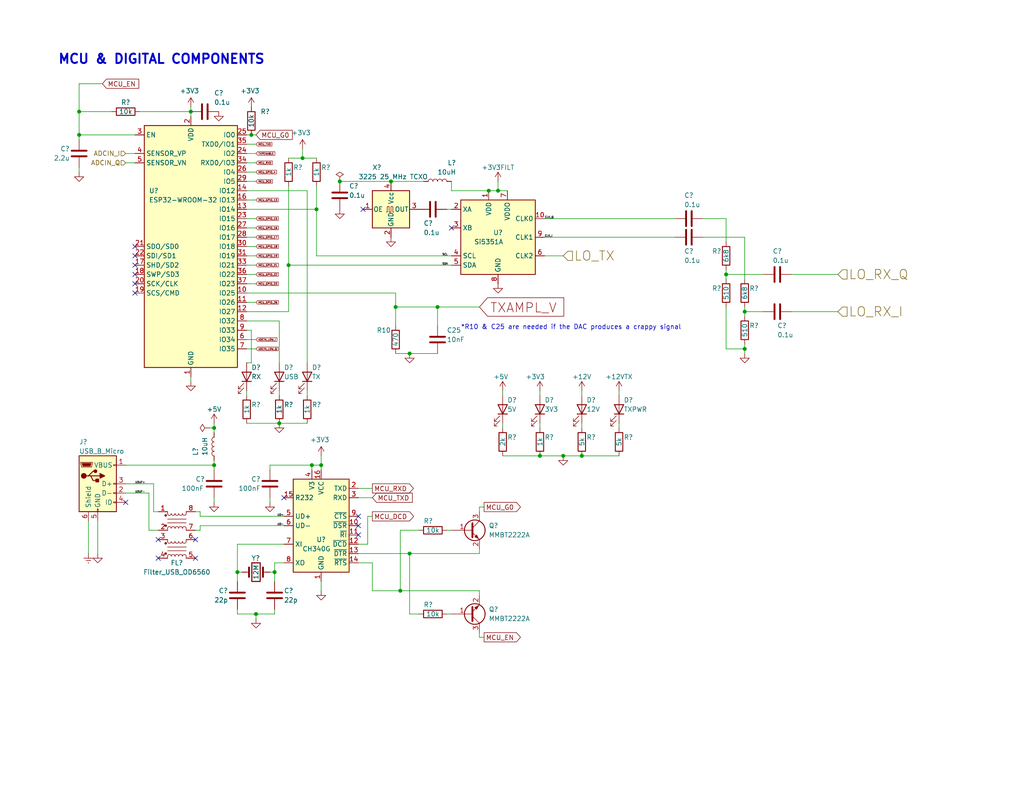
<source format=kicad_sch>
(kicad_sch (version 20211123) (generator eeschema)
  (paper "USLetter")
  (title_block (title "Microcontroller and Digital Components") (date "2023-08-02") (rev "1"))
  (lib_symbols
    (symbol "Connector:USB_B_Micro" (pin_names (offset 1.016))
      (property "Reference" "J" (at -5.08 11.43 0))
      (property "Value" "USB_B_Micro" (at -5.08 8.89 0))
      (symbol "USB_B_Micro_0_1"
        (rectangle (start -5.08 -7.62) (end 5.08 7.62) (stroke (width 0.254)) (fill (type background)))
        (circle (center -3.81 2.159) (radius 0.635) (stroke (width 0.254)) (fill (type outline)))
        (circle (center -0.635 3.429) (radius 0.381) (stroke (width 0.254)) (fill (type outline)))
        (rectangle (start -0.127 -7.62) (end 0.127 -6.858))
        (polyline (pts (xy -1.905 2.159) (xy 0.635 2.159)) (stroke (width 0.254)))
        (polyline (pts (xy -3.175 2.159) (xy -2.54 2.159) (xy -1.27 3.429) (xy -0.635 3.429)) (stroke (width 0.254)))
        (polyline (pts (xy -2.54 2.159) (xy -1.905 2.159) (xy -1.27 0.889) (xy 0 0.889)) (stroke (width 0.254)))
        (polyline (pts (xy 0.635 2.794) (xy 0.635 1.524) (xy 1.905 2.159) (xy 0.635 2.794)) (stroke (width 0.254)) (fill (type outline)))
        (polyline (pts (xy -4.318 5.588) (xy -1.778 5.588) (xy -2.032 4.826) (xy -4.064 4.826) (xy -4.318 5.588)) (fill (type outline)))
        (polyline (pts (xy -4.699 5.842) (xy -4.699 5.588) (xy -4.445 4.826) (xy -4.445 4.572) (xy -1.651 4.572) (xy -1.651 4.826) (xy -1.397 5.588) (xy -1.397 5.842) (xy -4.699 5.842)))
        (rectangle (start 0.254 1.27) (end -0.508 0.508) (stroke (width 0.254)) (fill (type outline)))
        (rectangle (start 5.08 -5.207) (end 4.318 -4.953))
        (rectangle (start 5.08 -2.667) (end 4.318 -2.413))
        (rectangle (start 5.08 -0.127) (end 4.318 0.127))
        (rectangle (start 5.08 4.953) (end 4.318 5.207))
      )
      (symbol "USB_B_Micro_1_1"
        (pin power_out line (at 7.62 5.08 180) (length 2.54) (name "VBUS") (number "1"))
        (pin bidirectional line (at 7.62 -2.54 180) (length 2.54) (name "D-") (number "2"))
        (pin bidirectional line (at 7.62 0 180) (length 2.54) (name "D+") (number "3"))
        (pin passive line (at 7.62 -5.08 180) (length 2.54) (name "ID") (number "4"))
        (pin power_out line (at 0 -10.16 90) (length 2.54) (name "GND") (number "5"))
        (pin passive line (at -2.54 -10.16 90) (length 2.54) (name "Shield") (number "6"))
      )
    )
    (symbol "Device:C" (pin_numbers hide) (pin_names (offset 0.254))
      (property "Reference" "C" (at 0.635 2.54 0))
      (property "Value" "C" (at 0.635 -2.54 0))
      (symbol "C_0_1"
        (polyline (pts (xy -2.032 -0.762) (xy 2.032 -0.762)) (stroke (width 0.508)))
        (polyline (pts (xy -2.032 0.762) (xy 2.032 0.762)) (stroke (width 0.508)))
      )
      (symbol "C_1_1"
        (pin passive line (at 0 3.81 270) (length 2.794) (name "~") (number "1"))
        (pin passive line (at 0 -3.81 90) (length 2.794) (name "~") (number "2"))
      )
    )
    (symbol "Device:Crystal" (pin_numbers hide) (pin_names (offset 1.016) hide)
      (property "Reference" "Y" (at 0 3.81 0))
      (property "Value" "Crystal" (at 0 -3.81 0))
      (symbol "Crystal_0_1"
        (rectangle (start -1.143 2.54) (end 1.143 -2.54) (stroke (width 0.3048)))
        (polyline (pts (xy -2.54 0) (xy -1.905 0)))
        (polyline (pts (xy -1.905 -1.27) (xy -1.905 1.27)) (stroke (width 0.508)))
        (polyline (pts (xy 1.905 -1.27) (xy 1.905 1.27)) (stroke (width 0.508)))
        (polyline (pts (xy 2.54 0) (xy 1.905 0)))
      )
      (symbol "Crystal_1_1"
        (pin passive line (at -3.81 0 0) (length 1.27) (name "1") (number "1"))
        (pin passive line (at 3.81 0 180) (length 1.27) (name "2") (number "2"))
      )
    )
    (symbol "Device:L" (pin_numbers hide) (pin_names (offset 1.016) hide)
      (property "Reference" "L" (at -1.27 0 90))
      (property "Value" "L" (at 1.905 0 90))
      (symbol "L_0_1"
        (arc (start 0 -2.54) (mid 0.635 -1.905) (end 0 -1.27))
        (arc (start 0 -1.27) (mid 0.635 -0.635) (end 0 0))
        (arc (start 0 0) (mid 0.635 0.635) (end 0 1.27))
        (arc (start 0 1.27) (mid 0.635 1.905) (end 0 2.54))
      )
      (symbol "L_1_1"
        (pin passive line (at 0 3.81 270) (length 1.27) (name "1") (number "1"))
        (pin passive line (at 0 -3.81 90) (length 1.27) (name "2") (number "2"))
      )
    )
    (symbol "Device:LED" (pin_numbers hide) (pin_names (offset 1.016) hide)
      (property "Reference" "D" (at 0 2.54 0))
      (property "Value" "LED" (at 0 -2.54 0))
      (symbol "LED_0_1"
        (polyline (pts (xy -1.27 -1.27) (xy -1.27 1.27)) (stroke (width 0.254)))
        (polyline (pts (xy -1.27 0) (xy 1.27 0)))
        (polyline (pts (xy 1.27 -1.27) (xy 1.27 1.27) (xy -1.27 0) (xy 1.27 -1.27)) (stroke (width 0.254)))
        (polyline (pts (xy -3.048 -0.762) (xy -4.572 -2.286) (xy -3.81 -2.286) (xy -4.572 -2.286) (xy -4.572 -1.524)))
        (polyline (pts (xy -1.778 -0.762) (xy -3.302 -2.286) (xy -2.54 -2.286) (xy -3.302 -2.286) (xy -3.302 -1.524)))
      )
      (symbol "LED_1_1"
        (pin passive line (at -3.81 0 0) (length 2.54) (name "K") (number "1"))
        (pin passive line (at 3.81 0 180) (length 2.54) (name "A") (number "2"))
      )
    )
    (symbol "Device:Q_NPN_BEC" (pin_names (offset 0) hide)
      (property "Reference" "Q" (at 5.08 1.27 0))
      (property "Value" "Q_NPN_BEC" (at 5.08 -1.27 0))
      (symbol "Q_NPN_BEC_0_1"
        (polyline (pts (xy 0.635 0.635) (xy 2.54 2.54)))
        (polyline (pts (xy 0.635 -0.635) (xy 2.54 -2.54) (xy 2.54 -2.54)))
        (polyline (pts (xy 0.635 1.905) (xy 0.635 -1.905) (xy 0.635 -1.905)) (stroke (width 0.508)))
        (polyline (pts (xy 1.27 -1.778) (xy 1.778 -1.27) (xy 2.286 -2.286) (xy 1.27 -1.778) (xy 1.27 -1.778)) (fill (type outline)))
        (circle (center 1.27 0) (radius 2.8194) (stroke (width 0.254)))
      )
      (symbol "Q_NPN_BEC_1_1"
        (pin input line (at -5.08 0 0) (length 5.715) (name "B") (number "1"))
        (pin passive line (at 2.54 -5.08 90) (length 2.54) (name "E") (number "2"))
        (pin passive line (at 2.54 5.08 270) (length 2.54) (name "C") (number "3"))
      )
    )
    (symbol "Device:R" (pin_numbers hide) (pin_names (offset 0))
      (property "Reference" "R" (at 2.032 0 90))
      (property "Value" "R" (at 0 0 90))
      (symbol "R_0_1"
        (rectangle (start -1.016 -2.54) (end 1.016 2.54) (stroke (width 0.254)))
      )
      (symbol "R_1_1"
        (pin passive line (at 0 3.81 270) (length 1.27) (name "~") (number "1"))
        (pin passive line (at 0 -3.81 90) (length 1.27) (name "~") (number "2"))
      )
    )
    (symbol "Interface_USB:CH340G"
      (property "Reference" "U" (at -5.08 13.97 0))
      (property "Value" "CH340G" (at 1.27 13.97 0))
      (symbol "CH340G_0_1"
        (rectangle (start -7.62 12.7) (end 7.62 -12.7) (stroke (width 0.254)) (fill (type background)))
      )
      (symbol "CH340G_1_1"
        (pin power_in line (at 0 -15.24 90) (length 2.54) (name "GND") (number "1"))
        (pin input line (at 10.16 0 180) (length 2.54) (name "~{DSR}") (number "10"))
        (pin input line (at 10.16 -2.54 180) (length 2.54) (name "~{RI}") (number "11"))
        (pin input line (at 10.16 -5.08 180) (length 2.54) (name "~{DCD}") (number "12"))
        (pin output line (at 10.16 -7.62 180) (length 2.54) (name "~{DTR}") (number "13"))
        (pin output line (at 10.16 -10.16 180) (length 2.54) (name "~{RTS}") (number "14"))
        (pin input line (at -10.16 7.62 0) (length 2.54) (name "R232") (number "15"))
        (pin power_in line (at 0 15.24 270) (length 2.54) (name "VCC") (number "16"))
        (pin output line (at 10.16 10.16 180) (length 2.54) (name "TXD") (number "2"))
        (pin input line (at 10.16 7.62 180) (length 2.54) (name "RXD") (number "3"))
        (pin passive line (at -2.54 15.24 270) (length 2.54) (name "V3") (number "4"))
        (pin bidirectional line (at -10.16 2.54 0) (length 2.54) (name "UD+") (number "5"))
        (pin bidirectional line (at -10.16 0 0) (length 2.54) (name "UD-") (number "6"))
        (pin input line (at -10.16 -5.08 0) (length 2.54) (name "XI") (number "7"))
        (pin output line (at -10.16 -10.16 0) (length 2.54) (name "XO") (number "8"))
        (pin input line (at 10.16 2.54 180) (length 2.54) (name "~{CTS}") (number "9"))
      )
    )
    (symbol "Oscillator:SG-8002LB" (pin_names (offset 0.254))
      (property "Reference" "X" (at -5.08 6.35 0))
      (property "Value" "SG-8002LB" (at 1.27 -6.35 0))
      (symbol "SG-8002LB_0_1"
        (rectangle (start -5.08 5.08) (end 5.08 -5.08) (stroke (width 0.254)) (fill (type background)))
        (polyline (pts (xy -1.27 -0.762) (xy -1.016 -0.762) (xy -1.016 0.762) (xy -0.508 0.762) (xy -0.508 -0.762) (xy 0 -0.762) (xy 0 0.762) (xy 0.508 0.762) (xy 0.508 -0.762) (xy 0.762 -0.762)))
      )
      (symbol "SG-8002LB_1_1"
        (pin input line (at -7.62 0 0) (length 2.54) (name "OE") (number "1"))
        (pin power_in line (at 0 -7.62 90) (length 2.54) (name "GND") (number "2"))
        (pin output line (at 7.62 0 180) (length 2.54) (name "OUT") (number "3"))
        (pin power_in line (at 0 7.62 270) (length 2.54) (name "Vcc") (number "4"))
      )
    )
    (symbol "Oscillator:Si5351A-B-GT"
      (property "Reference" "U" (at -8.89 11.43 0))
      (property "Value" "Si5351A-B-GT" (at -12.7 -12.7 0))
      (symbol "Si5351A-B-GT_0_1"
        (rectangle (start -10.16 10.16) (end 10.16 -10.16) (stroke (width 0.254)) (fill (type background)))
      )
      (symbol "Si5351A-B-GT_1_1"
        (pin power_in line (at -2.54 12.7 270) (length 2.54) (name "VDD") (number "1"))
        (pin output line (at 12.7 5.08 180) (length 2.54) (name "CLK0") (number "10"))
        (pin input line (at -12.7 7.62 0) (length 2.54) (name "XA") (number "2"))
        (pin input line (at -12.7 2.54 0) (length 2.54) (name "XB") (number "3"))
        (pin input line (at -12.7 -5.08 0) (length 2.54) (name "SCL") (number "4"))
        (pin bidirectional line (at -12.7 -7.62 0) (length 2.54) (name "SDA") (number "5"))
        (pin output line (at 12.7 -5.08 180) (length 2.54) (name "CLK2") (number "6"))
        (pin power_in line (at 2.54 12.7 270) (length 2.54) (name "VDDO") (number "7"))
        (pin power_in line (at 0 -12.7 90) (length 2.54) (name "GND") (number "8"))
        (pin output line (at 12.7 0 180) (length 2.54) (name "CLK1") (number "9"))
      )
    )
    (symbol "RF_Module:ESP32-WROOM-32"
      (property "Reference" "U" (at -12.7 34.29 0))
      (property "Value" "ESP32-WROOM-32" (at 1.27 34.29 0))
      (symbol "ESP32-WROOM-32_0_1"
        (rectangle (start -12.7 33.02) (end 12.7 -33.02) (stroke (width 0.254)) (fill (type background)))
      )
      (symbol "ESP32-WROOM-32_1_1"
        (pin power_in line (at 0 -35.56 90) (length 2.54) (name "GND") (number "1"))
        (pin bidirectional line (at 15.24 -12.7 180) (length 2.54) (name "IO25") (number "10"))
        (pin bidirectional line (at 15.24 -15.24 180) (length 2.54) (name "IO26") (number "11"))
        (pin bidirectional line (at 15.24 -17.78 180) (length 2.54) (name "IO27") (number "12"))
        (pin bidirectional line (at 15.24 10.16 180) (length 2.54) (name "IO14") (number "13"))
        (pin bidirectional line (at 15.24 15.24 180) (length 2.54) (name "IO12") (number "14"))
        (pin passive line (at 0 -35.56 90) (length 2.54) hide (name "GND") (number "15"))
        (pin bidirectional line (at 15.24 12.7 180) (length 2.54) (name "IO13") (number "16"))
        (pin bidirectional line (at -15.24 -5.08 0) (length 2.54) (name "SHD/SD2") (number "17"))
        (pin bidirectional line (at -15.24 -7.62 0) (length 2.54) (name "SWP/SD3") (number "18"))
        (pin bidirectional line (at -15.24 -12.7 0) (length 2.54) (name "SCS/CMD") (number "19"))
        (pin power_in line (at 0 35.56 270) (length 2.54) (name "VDD") (number "2"))
        (pin bidirectional line (at -15.24 -10.16 0) (length 2.54) (name "SCK/CLK") (number "20"))
        (pin bidirectional line (at -15.24 0 0) (length 2.54) (name "SDO/SD0") (number "21"))
        (pin bidirectional line (at -15.24 -2.54 0) (length 2.54) (name "SDI/SD1") (number "22"))
        (pin bidirectional line (at 15.24 7.62 180) (length 2.54) (name "IO15") (number "23"))
        (pin bidirectional line (at 15.24 25.4 180) (length 2.54) (name "IO2") (number "24"))
        (pin bidirectional line (at 15.24 30.48 180) (length 2.54) (name "IO0") (number "25"))
        (pin bidirectional line (at 15.24 20.32 180) (length 2.54) (name "IO4") (number "26"))
        (pin bidirectional line (at 15.24 5.08 180) (length 2.54) (name "IO16") (number "27"))
        (pin bidirectional line (at 15.24 2.54 180) (length 2.54) (name "IO17") (number "28"))
        (pin bidirectional line (at 15.24 17.78 180) (length 2.54) (name "IO5") (number "29"))
        (pin input line (at -15.24 30.48 0) (length 2.54) (name "EN") (number "3"))
        (pin bidirectional line (at 15.24 0 180) (length 2.54) (name "IO18") (number "30"))
        (pin bidirectional line (at 15.24 -2.54 180) (length 2.54) (name "IO19") (number "31"))
        (pin no_connect line (at -12.7 -27.94 0) (length 2.54) hide (name "NC") (number "32"))
        (pin bidirectional line (at 15.24 -5.08 180) (length 2.54) (name "IO21") (number "33"))
        (pin bidirectional line (at 15.24 22.86 180) (length 2.54) (name "RXD0/IO3") (number "34"))
        (pin bidirectional line (at 15.24 27.94 180) (length 2.54) (name "TXD0/IO1") (number "35"))
        (pin bidirectional line (at 15.24 -7.62 180) (length 2.54) (name "IO22") (number "36"))
        (pin bidirectional line (at 15.24 -10.16 180) (length 2.54) (name "IO23") (number "37"))
        (pin passive line (at 0 -35.56 90) (length 2.54) hide (name "GND") (number "38"))
        (pin passive line (at 0 -35.56 90) (length 2.54) hide (name "GND") (number "39"))
        (pin input line (at -15.24 25.4 0) (length 2.54) (name "SENSOR_VP") (number "4"))
        (pin input line (at -15.24 22.86 0) (length 2.54) (name "SENSOR_VN") (number "5"))
        (pin input line (at 15.24 -25.4 180) (length 2.54) (name "IO34") (number "6"))
        (pin input line (at 15.24 -27.94 180) (length 2.54) (name "IO35") (number "7"))
        (pin bidirectional line (at 15.24 -20.32 180) (length 2.54) (name "IO32") (number "8"))
        (pin bidirectional line (at 15.24 -22.86 180) (length 2.54) (name "IO33") (number "9"))
      )
    )
    (symbol "communicator_27mhz_custom:+12VTX" (power) (pin_names (offset 0))
      (property "Value" "+12VTX" (at 0 3.556 0))
      (symbol "+12VTX_0_1"
        (polyline (pts (xy -0.762 1.27) (xy 0 2.54)))
        (polyline (pts (xy 0 0) (xy 0 2.54)))
        (polyline (pts (xy 0 2.54) (xy 0.762 1.27)))
      )
      (symbol "+12VTX_1_1"
        (pin power_in line (at 0 0 90) (length 0) hide (name "+12VTX") (number "1"))
      )
    )
    (symbol "communicator_27mhz_custom:+3V3FILT" (power) (pin_names (offset 0))
      (property "Value" "+3V3FILT" (at 0 3.556 0))
      (symbol "+3V3FILT_0_1"
        (polyline (pts (xy -0.762 1.27) (xy 0 2.54)))
        (polyline (pts (xy 0 0) (xy 0 2.54)))
        (polyline (pts (xy 0 2.54) (xy 0.762 1.27)))
      )
      (symbol "+3V3FILT_1_1"
        (pin power_in line (at 0 0 90) (length 0) hide (name "+3V3FILT") (number "1"))
      )
    )
    (symbol "communicator_27mhz_custom:Filter_USB_OD6560" (pin_names (offset 0.254) hide)
      (property "Reference" "FL" (at 0 4.445 0))
      (property "Value" "Filter_USB_OD6560" (at 0 -13.97 0))
      (symbol "Filter_USB_OD6560_0_1"
        (circle (center -3.048 -8.89) (radius 0.254) (fill (type outline)))
        (circle (center -3.048 -6.096) (radius 0.254) (fill (type outline)))
        (circle (center -3.048 -1.27) (radius 0.254) (fill (type outline)))
        (circle (center -3.048 1.524) (radius 0.254) (fill (type outline)))
        (arc (start -2.54 -5.588) (mid -2.032 -6.096) (end -1.524 -5.588))
        (arc (start -2.54 2.032) (mid -2.032 1.524) (end -1.524 2.032))
        (arc (start -1.524 -9.652) (mid -2.032 -9.144) (end -2.54 -9.652))
        (arc (start -1.524 -5.588) (mid -1.016 -6.096) (end -0.508 -5.588))
        (arc (start -1.524 -2.032) (mid -2.032 -1.524) (end -2.54 -2.032))
        (arc (start -1.524 2.032) (mid -1.016 1.524) (end -0.508 2.032))
        (arc (start -0.508 -9.652) (mid -1.016 -9.144) (end -1.524 -9.652))
        (arc (start -0.508 -5.588) (mid 0 -6.096) (end 0.508 -5.588))
        (arc (start -0.508 -2.032) (mid -1.016 -1.524) (end -1.524 -2.032))
        (arc (start -0.508 2.032) (mid 0 1.524) (end 0.508 2.032))
        (polyline (pts (xy -2.54 -9.652) (xy -2.54 -10.16)))
        (polyline (pts (xy -2.54 -7.112) (xy 2.54 -7.112)))
        (polyline (pts (xy -2.54 -5.588) (xy -2.54 -5.08)))
        (polyline (pts (xy -2.54 -2.032) (xy -2.54 -2.54)))
        (polyline (pts (xy -2.54 0.508) (xy 2.54 0.508)))
        (polyline (pts (xy -2.54 2.032) (xy -2.54 2.54)))
        (polyline (pts (xy 2.54 -9.652) (xy 2.54 -10.16)))
        (polyline (pts (xy 2.54 -8.128) (xy -2.54 -8.128)))
        (polyline (pts (xy 2.54 -5.08) (xy 2.54 -5.588)))
        (polyline (pts (xy 2.54 -2.032) (xy 2.54 -2.54)))
        (polyline (pts (xy 2.54 -0.508) (xy -2.54 -0.508)))
        (polyline (pts (xy 2.54 2.54) (xy 2.54 2.032)))
        (arc (start 0.508 -9.652) (mid 0 -9.144) (end -0.508 -9.652))
        (arc (start 0.508 -5.588) (mid 1.016 -6.096) (end 1.524 -5.588))
        (arc (start 0.508 -2.032) (mid 0 -1.524) (end -0.508 -2.032))
        (arc (start 0.508 2.032) (mid 1.016 1.524) (end 1.524 2.032))
        (arc (start 1.524 -9.652) (mid 1.016 -9.144) (end 0.508 -9.652))
        (arc (start 1.524 -5.588) (mid 2.032 -6.096) (end 2.54 -5.588))
        (arc (start 1.524 -2.032) (mid 1.016 -1.524) (end 0.508 -2.032))
        (arc (start 1.524 2.032) (mid 2.032 1.524) (end 2.54 2.032))
        (arc (start 2.54 -9.652) (mid 2.032 -9.144) (end 1.524 -9.652))
        (arc (start 2.54 -2.032) (mid 2.032 -1.524) (end 1.524 -2.032))
      )
      (symbol "Filter_USB_OD6560_1_1"
        (pin passive line (at -5.08 2.54 0) (length 2.54) (name "1") (number "1"))
        (pin passive line (at -5.08 -2.54 0) (length 2.54) (name "2") (number "2"))
        (pin passive line (at -5.08 -5.08 0) (length 2.54) (name "3") (number "3"))
        (pin passive line (at -5.08 -10.16 0) (length 2.54) (name "4") (number "4"))
        (pin passive line (at 5.08 -10.16 180) (length 2.54) (name "5") (number "5"))
        (pin passive line (at 5.08 -5.08 180) (length 2.54) (name "6") (number "6"))
        (pin passive line (at 5.08 -2.54 180) (length 2.54) (name "7") (number "7"))
        (pin passive line (at 5.08 2.54 180) (length 2.54) (name "8") (number "8"))
      )
    )
    (symbol "power:+12V" (power) (pin_names (offset 0))
      (property "Value" "+12V" (at 0 3.556 0))
      (symbol "+12V_0_1"
        (polyline (pts (xy -0.762 1.27) (xy 0 2.54)))
        (polyline (pts (xy 0 0) (xy 0 2.54)))
        (polyline (pts (xy 0 2.54) (xy 0.762 1.27)))
      )
      (symbol "+12V_1_1"
        (pin power_in line (at 0 0 90) (length 0) hide (name "+12V") (number "1"))
      )
    )
    (symbol "power:+3V3" (power) (pin_names (offset 0))
      (property "Value" "+3V3" (at 0 3.556 0))
      (symbol "+3V3_0_1"
        (polyline (pts (xy -0.762 1.27) (xy 0 2.54)))
        (polyline (pts (xy 0 0) (xy 0 2.54)))
        (polyline (pts (xy 0 2.54) (xy 0.762 1.27)))
      )
      (symbol "+3V3_1_1"
        (pin power_in line (at 0 0 90) (length 0) hide (name "+3V3") (number "1"))
      )
    )
    (symbol "power:+5V" (power) (pin_names (offset 0))
      (property "Value" "+5V" (at 0 3.556 0))
      (symbol "+5V_0_1"
        (polyline (pts (xy -0.762 1.27) (xy 0 2.54)))
        (polyline (pts (xy 0 0) (xy 0 2.54)))
        (polyline (pts (xy 0 2.54) (xy 0.762 1.27)))
      )
      (symbol "+5V_1_1"
        (pin power_in line (at 0 0 90) (length 0) hide (name "+5V") (number "1"))
      )
    )
    (symbol "power:Earth" (power) (pin_names (offset 0))
      (symbol "Earth_0_1"
        (polyline (pts (xy -0.635 -1.905) (xy 0.635 -1.905)))
        (polyline (pts (xy -0.127 -2.54) (xy 0.127 -2.54)))
        (polyline (pts (xy 0 -1.27) (xy 0 0)))
        (polyline (pts (xy 1.27 -1.27) (xy -1.27 -1.27)))
      )
      (symbol "Earth_1_1"
        (pin power_in line (at 0 0 270) (length 0) hide (name "Earth") (number "1"))
      )
    )
    (symbol "power:GND" (power) (pin_names (offset 0))
      (property "Value" "GND" (at 0 -3.81 0))
      (symbol "GND_0_1"
        (polyline (pts (xy 0 0) (xy 0 -1.27) (xy 1.27 -1.27) (xy 0 -2.54) (xy -1.27 -1.27) (xy 0 -1.27)))
      )
      (symbol "GND_1_1"
        (pin power_in line (at 0 0 270) (length 0) hide (name "GND") (number "1"))
      )
    )
    (symbol "power:PWR_FLAG" (power) (pin_numbers hide) (pin_names (offset 0) hide)
      (property "Value" "PWR_FLAG" (at 0 3.81 0))
      (symbol "PWR_FLAG_0_0"
        (pin power_out line (at 0 0 90) (length 0) (name "pwr") (number "1"))
      )
      (symbol "PWR_FLAG_0_1"
        (polyline (pts (xy 0 0) (xy 0 1.27) (xy -1.016 1.905) (xy 0 2.54) (xy 1.016 1.905) (xy 0 1.27)))
      )
    )
  )
  (junction (at 87.63 127))
  (junction (at 52.07 30.48))
  (junction (at 74.93 156.21))
  (junction (at 78.74 72.39))
  (junction (at 76.2 115.57))
  (junction (at 203.2 85.09))
  (junction (at 82.55 43.18))
  (junction (at 21.59 30.48))
  (junction (at 153.67 124.46))
  (junction (at 106.68 49.53))
  (junction (at 147.32 124.46))
  (junction (at 119.38 83.82))
  (junction (at 198.12 74.93))
  (junction (at 58.42 116.84))
  (junction (at 158.75 124.46))
  (junction (at 58.42 127))
  (junction (at 85.09 127))
  (junction (at 86.36 57.15))
  (junction (at 21.59 36.83))
  (junction (at 92.71 49.53))
  (junction (at 109.22 161.29))
  (junction (at 133.35 52.07))
  (junction (at 107.95 83.82))
  (junction (at 135.89 52.07))
  (junction (at 68.58 36.83))
  (junction (at 203.2 95.25))
  (junction (at 69.85 167.64))
  (junction (at 111.76 96.52))
  (junction (at 111.76 151.13))
  (junction (at 64.77 156.21))
  (no_connect (at 97.79 140.97))
  (no_connect (at 97.79 146.05))
  (no_connect (at 36.83 72.39))
  (no_connect (at 36.83 74.93))
  (no_connect (at 99.06 57.15))
  (no_connect (at 36.83 67.31))
  (no_connect (at 53.34 152.4))
  (no_connect (at 53.34 147.32))
  (no_connect (at 43.18 152.4))
  (no_connect (at 97.79 143.51))
  (no_connect (at 36.83 77.47))
  (no_connect (at 34.29 137.16))
  (no_connect (at 77.47 135.89))
  (no_connect (at 43.18 147.32))
  (no_connect (at 36.83 69.85))
  (no_connect (at 36.83 80.01))
  (no_connect (at 123.19 62.23))
  (wire (pts (xy 158.75 124.46) (xy 168.91 124.46)))
  (wire (pts (xy 52.07 29.21) (xy 52.07 30.48)))
  (wire (pts (xy 58.42 127) (xy 58.42 125.73)))
  (wire (pts (xy 54.61 143.51) (xy 77.47 143.51)))
  (wire (pts (xy 54.61 140.97) (xy 77.47 140.97)))
  (wire (pts (xy 158.75 115.57) (xy 158.75 116.84)))
  (wire (pts (xy 86.36 69.85) (xy 123.19 69.85)))
  (wire (pts (xy 198.12 74.93) (xy 208.28 74.93)))
  (wire (pts (xy 67.31 99.06) (xy 68.58 99.06)))
  (wire (pts (xy 111.76 151.13) (xy 111.76 167.64)))
  (wire (pts (xy 83.82 52.07) (xy 83.82 99.06)))
  (wire (pts (xy 21.59 30.48) (xy 21.59 36.83)))
  (wire (pts (xy 87.63 124.46) (xy 87.63 127)))
  (wire (pts (xy 76.2 115.57) (xy 67.31 115.57)))
  (wire (pts (xy 83.82 115.57) (xy 76.2 115.57)))
  (wire (pts (xy 101.6 153.67) (xy 97.79 153.67)))
  (wire (pts (xy 123.19 167.64) (xy 121.92 167.64)))
  (wire (pts (xy 34.29 41.91) (xy 36.83 41.91)))
  (wire (pts (xy 138.43 52.07) (xy 135.89 52.07)))
  (wire (pts (xy 97.79 135.89) (xy 101.6 135.89)))
  (wire (pts (xy 83.82 107.95) (xy 83.82 106.68)))
  (wire (pts (xy 119.38 83.82) (xy 119.38 88.9)))
  (wire (pts (xy 107.95 88.9) (xy 107.95 83.82)))
  (wire (pts (xy 87.63 161.29) (xy 87.63 158.75)))
  (wire (pts (xy 101.6 140.97) (xy 100.33 140.97)))
  (wire (pts (xy 148.59 59.69) (xy 184.15 59.69)))
  (wire (pts (xy 130.81 139.7) (xy 130.81 138.43)))
  (wire (pts (xy 198.12 73.66) (xy 198.12 74.93)))
  (wire (pts (xy 78.74 85.09) (xy 67.31 85.09)))
  (wire (pts (xy 119.38 83.82) (xy 130.81 83.82)))
  (wire (pts (xy 168.91 106.68) (xy 168.91 107.95)))
  (wire (pts (xy 53.34 144.78) (xy 54.61 144.78)))
  (wire (pts (xy 130.81 162.56) (xy 130.81 161.29)))
  (wire (pts (xy 203.2 85.09) (xy 203.2 86.36)))
  (wire (pts (xy 111.76 96.52) (xy 119.38 96.52)))
  (wire (pts (xy 137.16 124.46) (xy 147.32 124.46)))
  (wire (pts (xy 67.31 64.77) (xy 69.85 64.77)))
  (wire (pts (xy 111.76 167.64) (xy 114.3 167.64)))
  (wire (pts (xy 74.93 153.67) (xy 77.47 153.67)))
  (wire (pts (xy 57.15 116.84) (xy 58.42 116.84)))
  (wire (pts (xy 130.81 138.43) (xy 132.08 138.43)))
  (wire (pts (xy 203.2 95.25) (xy 203.2 96.52)))
  (wire (pts (xy 73.66 137.16) (xy 73.66 135.89)))
  (wire (pts (xy 67.31 90.17) (xy 68.58 90.17)))
  (wire (pts (xy 67.31 44.45) (xy 69.85 44.45)))
  (wire (pts (xy 21.59 46.99) (xy 21.59 45.72)))
  (wire (pts (xy 67.31 92.71) (xy 69.85 92.71)))
  (wire (pts (xy 67.31 87.63) (xy 76.2 87.63)))
  (wire (pts (xy 87.63 127) (xy 85.09 127)))
  (wire (pts (xy 67.31 82.55) (xy 69.85 82.55)))
  (wire (pts (xy 68.58 36.83) (xy 69.85 36.83)))
  (wire (pts (xy 64.77 156.21) (xy 66.04 156.21)))
  (wire (pts (xy 38.1 30.48) (xy 52.07 30.48)))
  (wire (pts (xy 54.61 144.78) (xy 54.61 143.51)))
  (wire (pts (xy 203.2 93.98) (xy 203.2 95.25)))
  (wire (pts (xy 106.68 49.53) (xy 115.57 49.53)))
  (wire (pts (xy 215.9 85.09) (xy 228.6 85.09)))
  (wire (pts (xy 148.59 64.77) (xy 184.15 64.77)))
  (wire (pts (xy 58.42 116.84) (xy 58.42 118.11)))
  (wire (pts (xy 67.31 59.69) (xy 69.85 59.69)))
  (wire (pts (xy 82.55 40.64) (xy 82.55 43.18)))
  (wire (pts (xy 27.94 22.86) (xy 21.59 22.86)))
  (wire (pts (xy 21.59 36.83) (xy 36.83 36.83)))
  (wire (pts (xy 67.31 52.07) (xy 83.82 52.07)))
  (wire (pts (xy 34.29 127) (xy 58.42 127)))
  (wire (pts (xy 67.31 49.53) (xy 69.85 49.53)))
  (wire (pts (xy 78.74 50.8) (xy 78.74 72.39)))
  (wire (pts (xy 74.93 167.64) (xy 69.85 167.64)))
  (wire (pts (xy 100.33 140.97) (xy 100.33 148.59)))
  (wire (pts (xy 85.09 127) (xy 85.09 128.27)))
  (wire (pts (xy 137.16 115.57) (xy 137.16 116.84)))
  (wire (pts (xy 67.31 46.99) (xy 69.85 46.99)))
  (wire (pts (xy 76.2 87.63) (xy 76.2 99.06)))
  (wire (pts (xy 53.34 139.7) (xy 54.61 139.7)))
  (wire (pts (xy 168.91 115.57) (xy 168.91 116.84)))
  (wire (pts (xy 67.31 67.31) (xy 69.85 67.31)))
  (wire (pts (xy 130.81 151.13) (xy 111.76 151.13)))
  (wire (pts (xy 107.95 80.01) (xy 107.95 83.82)))
  (wire (pts (xy 130.81 149.86) (xy 130.81 151.13)))
  (wire (pts (xy 58.42 135.89) (xy 58.42 137.16)))
  (wire (pts (xy 203.2 83.82) (xy 203.2 85.09)))
  (wire (pts (xy 73.66 127) (xy 85.09 127)))
  (wire (pts (xy 86.36 57.15) (xy 86.36 69.85)))
  (wire (pts (xy 64.77 156.21) (xy 64.77 158.75)))
  (wire (pts (xy 34.29 132.08) (xy 41.91 132.08)))
  (wire (pts (xy 147.32 106.68) (xy 147.32 107.95)))
  (wire (pts (xy 52.07 30.48) (xy 52.07 31.75)))
  (wire (pts (xy 121.92 57.15) (xy 123.19 57.15)))
  (wire (pts (xy 64.77 148.59) (xy 64.77 156.21)))
  (wire (pts (xy 203.2 85.09) (xy 208.28 85.09)))
  (wire (pts (xy 137.16 106.68) (xy 137.16 107.95)))
  (wire (pts (xy 198.12 74.93) (xy 198.12 76.2)))
  (wire (pts (xy 92.71 49.53) (xy 106.68 49.53)))
  (wire (pts (xy 41.91 139.7) (xy 43.18 139.7)))
  (wire (pts (xy 82.55 43.18) (xy 86.36 43.18)))
  (wire (pts (xy 191.77 59.69) (xy 198.12 59.69)))
  (wire (pts (xy 69.85 167.64) (xy 64.77 167.64)))
  (wire (pts (xy 114.3 144.78) (xy 109.22 144.78)))
  (wire (pts (xy 34.29 44.45) (xy 36.83 44.45)))
  (wire (pts (xy 40.64 134.62) (xy 40.64 144.78)))
  (wire (pts (xy 67.31 69.85) (xy 69.85 69.85)))
  (wire (pts (xy 101.6 161.29) (xy 101.6 153.67)))
  (wire (pts (xy 26.67 142.24) (xy 26.67 151.13)))
  (wire (pts (xy 40.64 144.78) (xy 43.18 144.78)))
  (wire (pts (xy 135.89 49.53) (xy 135.89 52.07)))
  (wire (pts (xy 52.07 102.87) (xy 52.07 104.14)))
  (wire (pts (xy 73.66 127) (xy 73.66 128.27)))
  (wire (pts (xy 87.63 127) (xy 87.63 128.27)))
  (wire (pts (xy 130.81 172.72) (xy 130.81 173.99)))
  (wire (pts (xy 78.74 72.39) (xy 78.74 85.09)))
  (wire (pts (xy 74.93 156.21) (xy 74.93 158.75)))
  (wire (pts (xy 68.58 90.17) (xy 68.58 99.06)))
  (wire (pts (xy 67.31 77.47) (xy 69.85 77.47)))
  (wire (pts (xy 74.93 167.64) (xy 74.93 166.37)))
  (wire (pts (xy 21.59 36.83) (xy 21.59 38.1)))
  (wire (pts (xy 198.12 95.25) (xy 203.2 95.25)))
  (wire (pts (xy 130.81 173.99) (xy 132.08 173.99)))
  (wire (pts (xy 54.61 139.7) (xy 54.61 140.97)))
  (wire (pts (xy 123.19 144.78) (xy 121.92 144.78)))
  (wire (pts (xy 69.85 168.91) (xy 69.85 167.64)))
  (wire (pts (xy 74.93 156.21) (xy 74.93 153.67)))
  (wire (pts (xy 109.22 144.78) (xy 109.22 161.29)))
  (wire (pts (xy 67.31 80.01) (xy 107.95 80.01)))
  (wire (pts (xy 191.77 64.77) (xy 203.2 64.77)))
  (wire (pts (xy 41.91 132.08) (xy 41.91 139.7)))
  (wire (pts (xy 67.31 36.83) (xy 68.58 36.83)))
  (wire (pts (xy 97.79 148.59) (xy 100.33 148.59)))
  (wire (pts (xy 97.79 151.13) (xy 111.76 151.13)))
  (wire (pts (xy 203.2 64.77) (xy 203.2 76.2)))
  (wire (pts (xy 123.19 49.53) (xy 123.19 52.07)))
  (wire (pts (xy 64.77 166.37) (xy 64.77 167.64)))
  (wire (pts (xy 21.59 22.86) (xy 21.59 30.48)))
  (wire (pts (xy 58.42 115.57) (xy 58.42 116.84)))
  (wire (pts (xy 67.31 57.15) (xy 86.36 57.15)))
  (wire (pts (xy 215.9 74.93) (xy 228.6 74.93)))
  (wire (pts (xy 67.31 62.23) (xy 69.85 62.23)))
  (wire (pts (xy 78.74 43.18) (xy 82.55 43.18)))
  (wire (pts (xy 21.59 30.48) (xy 30.48 30.48)))
  (wire (pts (xy 73.66 156.21) (xy 74.93 156.21)))
  (wire (pts (xy 97.79 133.35) (xy 101.6 133.35)))
  (wire (pts (xy 148.59 69.85) (xy 153.67 69.85)))
  (wire (pts (xy 67.31 54.61) (xy 69.85 54.61)))
  (wire (pts (xy 34.29 134.62) (xy 40.64 134.62)))
  (wire (pts (xy 107.95 83.82) (xy 119.38 83.82)))
  (wire (pts (xy 58.42 128.27) (xy 58.42 127)))
  (wire (pts (xy 147.32 124.46) (xy 153.67 124.46)))
  (wire (pts (xy 123.19 52.07) (xy 133.35 52.07)))
  (wire (pts (xy 76.2 107.95) (xy 76.2 106.68)))
  (wire (pts (xy 24.13 142.24) (xy 24.13 151.13)))
  (wire (pts (xy 147.32 115.57) (xy 147.32 116.84)))
  (wire (pts (xy 198.12 59.69) (xy 198.12 66.04)))
  (wire (pts (xy 78.74 72.39) (xy 123.19 72.39)))
  (wire (pts (xy 67.31 72.39) (xy 69.85 72.39)))
  (wire (pts (xy 67.31 39.37) (xy 69.85 39.37)))
  (wire (pts (xy 198.12 83.82) (xy 198.12 95.25)))
  (wire (pts (xy 67.31 74.93) (xy 69.85 74.93)))
  (wire (pts (xy 67.31 107.95) (xy 67.31 106.68)))
  (wire (pts (xy 109.22 161.29) (xy 101.6 161.29)))
  (wire (pts (xy 158.75 106.68) (xy 158.75 107.95)))
  (wire (pts (xy 67.31 41.91) (xy 69.85 41.91)))
  (wire (pts (xy 107.95 96.52) (xy 111.76 96.52)))
  (wire (pts (xy 135.89 52.07) (xy 133.35 52.07)))
  (wire (pts (xy 130.81 161.29) (xy 109.22 161.29)))
  (wire (pts (xy 77.47 148.59) (xy 64.77 148.59)))
  (wire (pts (xy 67.31 95.25) (xy 69.85 95.25)))
  (wire (pts (xy 153.67 124.46) (xy 158.75 124.46)))
  (wire (pts (xy 86.36 50.8) (xy 86.36 57.15)))
  (text "*R10 & C25 are needed if the DAC produces a crappy signal" (at 125.73 90.17 0) (effects (font (size 1.27 1.27)) (justify left bottom)))
  (text "MCU & DIGITAL COMPONENTS" (at 72.39 17.78 180) (effects (font (size 2.54 2.54) (thickness 0.508) bold) (justify right bottom)))
  (label "UDUF-" (at 36.83 134.62 0) (effects (font (size 0.508 0.508))))
  (label "CLK_I" (at 148.59 64.77 0) (effects (font (size 0.508 0.508))))
  (label "SDA" (at 120.65 72.39 0) (effects (font (size 0.508 0.508))))
  (label "SCL" (at 120.65 69.85 0) (effects (font (size 0.508 0.508))))
  (label "UDUF+" (at 36.83 132.08 0) (effects (font (size 0.508 0.508))))
  (label "UD-" (at 77.47 143.51 180) (effects (font (size 0.508 0.508))))
  (label "UD+" (at 77.47 140.97 180) (effects (font (size 0.508 0.508))))
  (label "CLK_Q" (at 148.59 59.69 0) (effects (font (size 0.508 0.508))))
  (global_label "ADCIN_LOW_Q" (shape input) (at 69.85 95.25 0) (effects (font (size 0.508 0.508))) (property "Обозначения листов" "${INTERSHEET_REFS}" (effects hide)))
  (global_label "MCU_G0" (shape output) (at 132.08 138.43 0) (property "Обозначения листов" "${INTERSHEET_REFS}" (effects hide)))
  (global_label "MCU_GPIO_17" (shape input) (at 69.85 64.77 0) (effects (font (size 0.508 0.508))) (property "Обозначения листов" "${INTERSHEET_REFS}" (effects hide)))
  (global_label "TXAMPL_V" (shape input) (at 130.81 83.82 0) (effects (font (size 2.54 2.54))) (property "Обозначения листов" "${INTERSHEET_REFS}" (effects hide)))
  (global_label "MCU_TXD" (shape input) (at 101.6 135.89 0) (property "Обозначения листов" "${INTERSHEET_REFS}" (effects hide)))
  (global_label "MCU_GPIO_23" (shape input) (at 69.85 77.47 0) (effects (font (size 0.508 0.508))) (property "Обозначения листов" "${INTERSHEET_REFS}" (effects hide)))
  (global_label "MCU_GPIO_21" (shape input) (at 69.85 72.39 0) (effects (font (size 0.508 0.508))) (property "Обозначения листов" "${INTERSHEET_REFS}" (effects hide)))
  (global_label "MCU_GPIO_16" (shape input) (at 69.85 62.23 0) (effects (font (size 0.508 0.508))) (property "Обозначения листов" "${INTERSHEET_REFS}" (effects hide)))
  (global_label "MCU_GPIO_18" (shape input) (at 69.85 67.31 0) (effects (font (size 0.508 0.508))) (property "Обозначения листов" "${INTERSHEET_REFS}" (effects hide)))
  (global_label "MCU_RXD" (shape input) (at 69.85 44.45 0) (effects (font (size 0.508 0.508))) (property "Обозначения листов" "${INTERSHEET_REFS}" (effects hide)))
  (global_label "MCU_GPIO_19" (shape input) (at 69.85 69.85 0) (effects (font (size 0.508 0.508))) (property "Обозначения листов" "${INTERSHEET_REFS}" (effects hide)))
  (global_label "MCU_G0" (shape input) (at 69.85 36.83 0) (property "Обозначения листов" "${INTERSHEET_REFS}" (effects hide)))
  (global_label "MCU_EN" (shape input) (at 27.94 22.86 0) (property "Обозначения листов" "${INTERSHEET_REFS}" (effects hide)))
  (global_label "MCU_GPIO_22" (shape input) (at 69.85 74.93 0) (effects (font (size 0.508 0.508))) (property "Обозначения листов" "${INTERSHEET_REFS}" (effects hide)))
  (global_label "MCU_GPIO_26" (shape input) (at 69.85 82.55 0) (effects (font (size 0.508 0.508))) (property "Обозначения листов" "${INTERSHEET_REFS}" (effects hide)))
  (global_label "MCU_TXD" (shape input) (at 69.85 39.37 0) (effects (font (size 0.508 0.508))) (property "Обозначения листов" "${INTERSHEET_REFS}" (effects hide)))
  (global_label "TXPENABLE" (shape input) (at 69.85 41.91 0) (effects (font (size 0.508 0.508))) (property "Обозначения листов" "${INTERSHEET_REFS}" (effects hide)))
  (global_label "MCU_RXD" (shape output) (at 101.6 133.35 0) (property "Обозначения листов" "${INTERSHEET_REFS}" (effects hide)))
  (global_label "MCU_GPIO_4" (shape input) (at 69.85 46.99 0) (effects (font (size 0.508 0.508))) (property "Обозначения листов" "${INTERSHEET_REFS}" (effects hide)))
  (global_label "ADCIN_LOW_I" (shape input) (at 69.85 92.71 0) (effects (font (size 0.508 0.508))) (property "Обозначения листов" "${INTERSHEET_REFS}" (effects hide)))
  (global_label "MCU_EN" (shape output) (at 132.08 173.99 0) (property "Обозначения листов" "${INTERSHEET_REFS}" (effects hide)))
  (global_label "MCU_GPIO_15" (shape input) (at 69.85 59.69 0) (effects (font (size 0.508 0.508))) (property "Обозначения листов" "${INTERSHEET_REFS}" (effects hide)))
  (global_label "MCU_DCD" (shape input) (at 69.85 49.53 0) (effects (font (size 0.508 0.508))) (property "Обозначения листов" "${INTERSHEET_REFS}" (effects hide)))
  (global_label "MCU_DCD" (shape output) (at 101.6 140.97 0) (property "Обозначения листов" "${INTERSHEET_REFS}" (effects hide)))
  (global_label "MCU_GPIO_13" (shape input) (at 69.85 54.61 0) (effects (font (size 0.508 0.508))) (property "Обозначения листов" "${INTERSHEET_REFS}" (effects hide)))
  (hierarchical_label "LO_RX_Q" (shape input) (at 228.6 74.93 0) (effects (font (size 2.54 2.54))))
  (hierarchical_label "LO_TX" (shape input) (at 153.67 69.85 0) (effects (font (size 2.54 2.54))))
  (hierarchical_label "LO_RX_I" (shape input) (at 228.6 85.09 0) (effects (font (size 2.54 2.54))))
  (hierarchical_label "ADCIN_Q" (shape input) (at 34.29 44.45 180))
  (hierarchical_label "ADCIN_I" (shape input) (at 34.29 41.91 180))
  (symbol (lib_id "Device:R") (at 118.11 167.64 90) (mirror x) (unit 1)
    (property "Reference" "R?" (at 115.57 165.1 90) (effects (justify right)))
    (property "Value" "10k" (at 118.11 167.64 90))
    (property "Footprint" "Resistor_SMD:R_0805_2012Metric_Pad1.20x1.40mm_HandSolder" (effects hide))
  )
  (symbol (lib_id "power:+3V3") (at 87.63 124.46 0) (mirror y) (unit 1)
    (property "Reference" "#PWR?" (effects hide))
    (property "Value" "+3V3" (at 87.249 120.0658 0))
  )
  (symbol (lib_id "power:GND") (at 111.76 96.52 0) (unit 1)
    (property "Reference" "#PWR?" (effects hide))
    (property "Value" "GND" (effects hide))
  )
  (symbol (lib_id "power:Earth") (at 24.13 151.13 0) (unit 1)
    (property "Reference" "#PWR?" (effects hide))
    (property "Value" "Earth" (effects hide))
  )
  (symbol (lib_id "Device:C") (at 64.77 162.56 0) (mirror y) (unit 1)
    (property "Reference" "C?" (at 62.23 161.29 0) (effects (justify left)))
    (property "Value" "22p" (at 62.23 163.83 0) (effects (justify left)))
    (property "Footprint" "Capacitor_SMD:C_0805_2012Metric_Pad1.18x1.45mm_HandSolder" (effects hide))
  )
  (symbol (lib_id "power:GND") (at 106.68 64.77 0) (mirror y) (unit 1)
    (property "Reference" "#PWR?" (effects hide))
    (property "Value" "GND" (effects hide))
  )
  (symbol (lib_id "power:GND") (at 153.67 124.46 0) (mirror y) (unit 1)
    (property "Reference" "#PWR?" (effects hide))
    (property "Value" "GND" (effects hide))
  )
  (symbol (lib_id "Device:C") (at 187.96 59.69 90) (unit 1)
    (property "Reference" "C?" (at 186.69 53.34 90) (effects (justify right)))
    (property "Value" "0.1u" (at 186.69 55.88 90) (effects (justify right)))
    (property "Footprint" "Capacitor_SMD:C_0805_2012Metric_Pad1.18x1.45mm_HandSolder" (effects hide))
  )
  (symbol (lib_id "Interface_USB:CH340G") (at 87.63 143.51 0) (unit 1)
    (property "Reference" "U?" (at 87.63 147.32 0))
    (property "Value" "CH340G" (at 86.36 149.86 0))
    (property "Footprint" "Package_SO:SOIC-16_3.9x9.9mm_P1.27mm" (effects hide))
    (property "Datasheet" "http://www.datasheet5.com/pdf-local-2195953" (effects hide))
  )
  (symbol (lib_id "Device:R") (at 203.2 90.17 180) (unit 1)
    (property "Reference" "R?" (at 204.47 88.9 0) (effects (justify right)))
    (property "Value" "510" (at 203.2 90.17 90))
    (property "Footprint" "Resistor_SMD:R_0805_2012Metric_Pad1.20x1.40mm_HandSolder" (effects hide))
  )
  (symbol (lib_id "power:GND") (at 59.69 30.48 0) (mirror y) (unit 1)
    (property "Reference" "#PWR?" (effects hide))
    (property "Value" "GND" (effects hide))
  )
  (symbol (lib_id "Device:LED") (at 67.31 102.87 270) (mirror x) (unit 1)
    (property "Reference" "D?" (at 68.58 100.33 90) (effects (justify left)))
    (property "Value" "RX" (at 68.58 102.87 90) (effects (justify left)))
    (property "Footprint" "LED_THT:LED_D3.0mm" (effects hide))
  )
  (symbol (lib_id "Device:LED") (at 158.75 111.76 270) (mirror x) (unit 1)
    (property "Reference" "D?" (at 160.02 109.22 90) (effects (justify left)))
    (property "Value" "12V" (at 160.02 111.76 90) (effects (justify left)))
    (property "Footprint" "LED_THT:LED_D3.0mm" (effects hide))
  )
  (symbol (lib_id "Device:C") (at 92.71 53.34 0) (mirror y) (unit 1)
    (property "Reference" "C?" (at 95.25 50.8 0) (effects (justify right)))
    (property "Value" "0.1u" (at 95.25 53.34 0) (effects (justify right)))
    (property "Footprint" "Capacitor_SMD:C_0805_2012Metric_Pad1.18x1.45mm_HandSolder" (effects hide))
  )
  (symbol (lib_id "Device:R") (at 107.95 92.71 180) (unit 1)
    (property "Reference" "R10" (at 106.68 90.17 0) (effects (justify left)))
    (property "Value" "470" (at 107.95 92.71 90))
    (property "Footprint" "Resistor_SMD:R_0805_2012Metric_Pad1.20x1.40mm_HandSolder" (effects hide))
    (property "Reference" "R?" (effects hide))
    (property "Value" "20k" (effects hide))
  )
  (symbol (lib_id "power:+5V") (at 137.16 106.68 0) (unit 1)
    (property "Reference" "#PWR?" (effects hide))
    (property "Value" "+5V" (at 134.62 102.87 0) (effects (justify left)))
  )
  (symbol (lib_id "power:GND") (at 26.67 151.13 0) (unit 1)
    (property "Reference" "#PWR?" (effects hide))
    (property "Value" "GND" (effects hide))
  )
  (symbol (lib_id "power:+3V3") (at 147.32 106.68 0) (mirror y) (unit 1)
    (property "Reference" "#PWR?" (effects hide))
    (property "Value" "+3V3" (at 146.05 102.87 0))
  )
  (symbol (lib_id "power:+3V3") (at 52.07 29.21 0) (mirror y) (unit 1)
    (property "Reference" "#PWR?" (effects hide))
    (property "Value" "+3V3" (at 51.689 24.8158 0))
  )
  (symbol (lib_id "power:GND") (at 73.66 137.16 0) (mirror y) (unit 1)
    (property "Reference" "#PWR?" (effects hide))
    (property "Value" "GND" (effects hide))
  )
  (symbol (lib_id "Device:R") (at 67.31 111.76 0) (mirror y) (unit 1)
    (property "Reference" "R?" (at 68.58 110.49 0) (effects (justify right)))
    (property "Value" "1k" (at 67.31 111.76 90))
    (property "Footprint" "Resistor_SMD:R_0805_2012Metric_Pad1.20x1.40mm_HandSolder" (effects hide))
  )
  (symbol (lib_id "Device:Crystal") (at 69.85 156.21 0) (mirror x) (unit 1)
    (property "Reference" "Y?" (at 68.58 152.4 0) (effects (justify left)))
    (property "Value" "12M" (at 69.85 156.21 90))
    (property "Footprint" "Crystal:Crystal_HC49-4H_Vertical" (effects hide))
  )
  (symbol (lib_id "power:GND") (at 69.85 168.91 0) (mirror y) (unit 1)
    (property "Reference" "#PWR?" (effects hide))
    (property "Value" "GND" (effects hide))
  )
  (symbol (lib_id "power:+5V") (at 58.42 115.57 0) (unit 1)
    (property "Reference" "#PWR?" (effects hide))
    (property "Value" "+5V" (at 58.42 111.76 0))
  )
  (symbol (lib_id "communicator_27mhz_custom:+3V3FILT") (at 135.89 49.53 0) (unit 1)
    (property "Reference" "#PWR?" (effects hide))
    (property "Value" "+3V3FILT" (at 135.89 45.72 0))
  )
  (symbol (lib_id "Device:C") (at 74.93 162.56 0) (mirror y) (unit 1)
    (property "Reference" "C?" (at 77.47 161.29 0) (effects (justify right)))
    (property "Value" "22p" (at 77.47 163.83 0) (effects (justify right)))
    (property "Footprint" "Capacitor_SMD:C_0805_2012Metric_Pad1.18x1.45mm_HandSolder" (effects hide))
  )
  (symbol (lib_id "Device:R") (at 168.91 120.65 0) (mirror y) (unit 1)
    (property "Reference" "R?" (at 170.18 119.38 0) (effects (justify right)))
    (property "Value" "5k" (at 168.91 120.65 90))
    (property "Footprint" "Resistor_SMD:R_0805_2012Metric_Pad1.20x1.40mm_HandSolder" (effects hide))
  )
  (symbol (lib_id "Device:LED") (at 76.2 102.87 270) (mirror x) (unit 1)
    (property "Reference" "D?" (at 77.47 100.33 90) (effects (justify left)))
    (property "Value" "USB" (at 77.47 102.87 90) (effects (justify left)))
    (property "Footprint" "LED_THT:LED_D3.0mm" (effects hide))
  )
  (symbol (lib_id "Device:LED") (at 168.91 111.76 270) (mirror x) (unit 1)
    (property "Reference" "D?" (at 170.18 109.22 90) (effects (justify left)))
    (property "Value" "TXPWR" (at 170.18 111.76 90) (effects (justify left)))
    (property "Footprint" "LED_THT:LED_D3.0mm" (effects hide))
  )
  (symbol (lib_id "Device:R") (at 198.12 80.01 180) (unit 1)
    (property "Reference" "R?" (at 196.85 78.74 0) (effects (justify left)))
    (property "Value" "510" (at 198.12 80.01 90))
    (property "Footprint" "Resistor_SMD:R_0805_2012Metric_Pad1.20x1.40mm_HandSolder" (effects hide))
  )
  (symbol (lib_id "power:+3V3") (at 82.55 40.64 0) (mirror y) (unit 1)
    (property "Reference" "#PWR?" (effects hide))
    (property "Value" "+3V3" (at 82.169 36.2458 0))
  )
  (symbol (lib_id "power:GND") (at 135.89 77.47 0) (mirror y) (unit 1)
    (property "Reference" "#PWR?" (effects hide))
    (property "Value" "GND" (effects hide))
  )
  (symbol (lib_id "power:GND") (at 76.2 115.57 0) (mirror y) (unit 1)
    (property "Reference" "#PWR?" (effects hide))
    (property "Value" "GND" (effects hide))
  )
  (symbol (lib_id "Device:Q_NPN_BEC") (at 128.27 167.64 0) (mirror x) (unit 1)
    (property "Reference" "Q?" (at 133.35 166.37 0) (effects (justify left)))
    (property "Value" "MMBT2222A" (at 133.35 168.91 0) (effects (justify left)))
    (property "Footprint" "Package_TO_SOT_SMD:SOT-23" (effects hide))
    (property "Footprint" "Package_TO_SOT_SMD:SOT-23" (effects hide))
    (property "Reference" "Q?" (effects hide))
    (property "Value" "MMBT2222A" (effects hide))
  )
  (symbol (lib_id "Connector:USB_B_Micro") (at 26.67 132.08 0) (unit 1)
    (property "Reference" "J?" (at 21.59 120.65 0) (effects (justify left)))
    (property "Value" "USB_B_Micro" (at 21.59 123.19 0) (effects (justify left)))
    (property "Footprint" "Connector_USB:USB_Mini-B_Lumberg_2486_01_Horizontal" (effects hide))
  )
  (symbol (lib_id "Device:C") (at 55.88 30.48 90) (mirror x) (unit 1)
    (property "Reference" "C?" (at 58.42 25.4 90) (effects (justify right)))
    (property "Value" "0.1u" (at 58.42 27.94 90) (effects (justify right)))
    (property "Footprint" "Capacitor_SMD:C_0805_2012Metric_Pad1.18x1.45mm_HandSolder" (effects hide))
  )
  (symbol (lib_id "Device:R") (at 198.12 69.85 180) (unit 1)
    (property "Reference" "R?" (at 196.85 68.58 0) (effects (justify left)))
    (property "Value" "6k8" (at 198.12 69.85 90))
    (property "Footprint" "Resistor_SMD:R_0805_2012Metric_Pad1.20x1.40mm_HandSolder" (effects hide))
  )
  (symbol (lib_id "Device:LED") (at 137.16 111.76 270) (mirror x) (unit 1)
    (property "Reference" "D?" (at 138.43 109.22 90) (effects (justify left)))
    (property "Value" "5V" (at 138.43 111.76 90) (effects (justify left)))
    (property "Footprint" "LED_THT:LED_D3.0mm" (effects hide))
  )
  (symbol (lib_id "Device:C") (at 118.11 57.15 90) (unit 1)
    (property "Reference" "C?" (at 115.57 60.96 90) (effects (justify right)))
    (property "Value" "0.1u" (at 115.57 63.5 90) (effects (justify right)))
    (property "Footprint" "Capacitor_SMD:C_0805_2012Metric_Pad1.18x1.45mm_HandSolder" (effects hide))
  )
  (symbol (lib_id "Device:L") (at 58.42 121.92 180) (unit 1)
    (property "Reference" "L?" (at 53.34 124.46 90) (effects (justify right)))
    (property "Value" "10uH" (at 55.88 124.46 90) (effects (justify right)))
    (property "Footprint" "Inductor_SMD:L_0805_2012Metric_Pad1.15x1.40mm_HandSolder" (effects hide))
  )
  (symbol (lib_id "communicator_27mhz_custom:+12VTX") (at 168.91 106.68 0) (unit 1)
    (property "Reference" "#PWR?" (effects hide))
    (property "Value" "+12VTX" (at 168.91 102.87 0))
  )
  (symbol (lib_id "Oscillator:SG-8002LB") (at 106.68 57.15 0) (unit 1)
    (property "Reference" "X?" (at 101.6 45.72 0) (effects (justify left)))
    (property "Value" "3225 25 MHz TCXO" (at 97.79 48.26 0) (effects (justify left)))
    (property "Footprint" "Oscillator:Oscillator_SMD_EuroQuartz_XO32-4Pin_3.2x2.5mm_HandSoldering" (effects hide))
    (property "Datasheet" "https://ecsxtal.com/store/pdf/ECS-TXO-3225.pdf" (effects hide))
  )
  (symbol (lib_id "Device:R") (at 78.74 46.99 0) (mirror x) (unit 1)
    (property "Reference" "R?" (at 80.01 45.72 0) (effects (justify left)))
    (property "Value" "1k" (at 78.74 46.99 90))
    (property "Footprint" "Resistor_SMD:R_0805_2012Metric_Pad1.20x1.40mm_HandSolder" (effects hide))
  )
  (symbol (lib_id "power:+12V") (at 158.75 106.68 0) (unit 1)
    (property "Reference" "#PWR?" (effects hide))
    (property "Value" "+12V" (at 158.75 102.87 0))
  )
  (symbol (lib_id "Device:C") (at 58.42 132.08 0) (unit 1)
    (property "Reference" "C?" (at 53.34 130.81 0) (effects (justify left)))
    (property "Value" "100nF" (at 49.53 133.35 0) (effects (justify left)))
    (property "Footprint" "Capacitor_SMD:C_0805_2012Metric_Pad1.18x1.45mm_HandSolder" (effects hide))
  )
  (symbol (lib_id "power:+3V3") (at 68.58 29.21 0) (mirror y) (unit 1)
    (property "Reference" "#PWR?" (effects hide))
    (property "Value" "+3V3" (at 68.199 24.8158 0))
  )
  (symbol (lib_id "Device:R") (at 147.32 120.65 0) (mirror y) (unit 1)
    (property "Reference" "R?" (at 148.59 119.38 0) (effects (justify right)))
    (property "Value" "1k" (at 147.32 120.65 90))
    (property "Footprint" "Resistor_SMD:R_0805_2012Metric_Pad1.20x1.40mm_HandSolder" (effects hide))
  )
  (symbol (lib_id "Device:C") (at 212.09 74.93 270) (unit 1)
    (property "Reference" "C?" (at 210.82 68.58 90) (effects (justify left)))
    (property "Value" "0.1u" (at 210.82 71.12 90) (effects (justify left)))
    (property "Footprint" "Capacitor_SMD:C_0805_2012Metric_Pad1.18x1.45mm_HandSolder" (effects hide))
  )
  (symbol (lib_id "Oscillator:Si5351A-B-GT") (at 135.89 64.77 0) (unit 1)
    (property "Reference" "U?" (at 135.89 63.5 0))
    (property "Value" "Si5351A" (at 133.35 66.04 0))
    (property "Footprint" "Package_SO:MSOP-10_3x3mm_P0.5mm" (effects hide))
    (property "Datasheet" "https://www.silabs.com/documents/public/data-sheets/Si5351-B.pdf" (effects hide))
  )
  (symbol (lib_id "power:GND") (at 203.2 96.52 0) (unit 1)
    (property "Reference" "#PWR?" (effects hide))
    (property "Value" "GND" (effects hide))
  )
  (symbol (lib_id "Device:R") (at 76.2 111.76 180) (unit 1)
    (property "Reference" "R?" (at 77.47 110.49 0) (effects (justify right)))
    (property "Value" "1k" (at 76.2 111.76 90))
    (property "Footprint" "Resistor_SMD:R_0805_2012Metric_Pad1.20x1.40mm_HandSolder" (effects hide))
  )
  (symbol (lib_id "Device:R") (at 203.2 80.01 180) (unit 1)
    (property "Reference" "R?" (at 204.47 78.74 0) (effects (justify right)))
    (property "Value" "6k8" (at 203.2 80.01 90))
    (property "Footprint" "Resistor_SMD:R_0805_2012Metric_Pad1.20x1.40mm_HandSolder" (effects hide))
  )
  (symbol (lib_id "Device:R") (at 83.82 111.76 0) (mirror y) (unit 1)
    (property "Reference" "R?" (at 85.09 110.49 0) (effects (justify right)))
    (property "Value" "1k" (at 83.82 111.76 90))
    (property "Footprint" "Resistor_SMD:R_0805_2012Metric_Pad1.20x1.40mm_HandSolder" (effects hide))
  )
  (symbol (lib_id "Device:C") (at 119.38 92.71 0) (mirror y) (unit 1)
    (property "Reference" "C25" (at 121.92 90.17 0) (effects (justify right)))
    (property "Value" "10nF" (at 121.92 92.71 0) (effects (justify right)))
    (property "Footprint" "Capacitor_SMD:C_0805_2012Metric_Pad1.18x1.45mm_HandSolder" (effects hide))
  )
  (symbol (lib_id "Device:C") (at 73.66 132.08 0) (mirror x) (unit 1)
    (property "Reference" "C?" (at 71.12 130.81 0) (effects (justify right)))
    (property "Value" "100nF" (at 71.12 133.35 0) (effects (justify right)))
    (property "Footprint" "Capacitor_SMD:C_0805_2012Metric_Pad1.18x1.45mm_HandSolder" (effects hide))
  )
  (symbol (lib_id "Device:R") (at 118.11 144.78 90) (mirror x) (unit 1)
    (property "Reference" "R?" (at 115.57 142.24 90) (effects (justify right)))
    (property "Value" "10k" (at 118.11 144.78 90))
    (property "Footprint" "Resistor_SMD:R_0805_2012Metric_Pad1.20x1.40mm_HandSolder" (effects hide))
  )
  (symbol (lib_id "Device:Q_NPN_BEC") (at 128.27 144.78 0) (unit 1)
    (property "Reference" "Q?" (at 133.35 143.51 0) (effects (justify left)))
    (property "Value" "MMBT2222A" (at 133.35 146.05 0) (effects (justify left)))
    (property "Footprint" "Package_TO_SOT_SMD:SOT-23" (effects hide))
    (property "Footprint" "Package_TO_SOT_SMD:SOT-23" (effects hide))
    (property "Reference" "Q?" (effects hide))
    (property "Value" "MMBT2222A" (effects hide))
  )
  (symbol (lib_id "power:GND") (at 52.07 104.14 0) (unit 1)
    (property "Reference" "#PWR?" (effects hide))
    (property "Value" "GND" (effects hide))
  )
  (symbol (lib_id "communicator_27mhz_custom:Filter_USB_OD6560") (at 48.26 142.24 0) (unit 1)
    (property "Reference" "FL?" (at 48.26 153.67 0))
    (property "Value" "Filter_USB_OD6560" (at 48.26 156.21 0))
  )
  (symbol (lib_id "Device:R") (at 158.75 120.65 0) (mirror y) (unit 1)
    (property "Reference" "R?" (at 160.02 119.38 0) (effects (justify right)))
    (property "Value" "5k" (at 158.75 120.65 90))
    (property "Footprint" "Resistor_SMD:R_0805_2012Metric_Pad1.20x1.40mm_HandSolder" (effects hide))
  )
  (symbol (lib_id "Device:L") (at 119.38 49.53 90) (unit 1)
    (property "Reference" "L?" (at 124.46 44.45 90) (effects (justify left)))
    (property "Value" "10uH" (at 124.46 46.99 90) (effects (justify left)))
    (property "Footprint" "Inductor_SMD:L_0805_2012Metric_Pad1.15x1.40mm_HandSolder" (effects hide))
  )
  (symbol (lib_id "RF_Module:ESP32-WROOM-32") (at 52.07 67.31 0) (unit 1)
    (property "Reference" "U?" (at 40.64 52.07 0) (effects (justify left)))
    (property "Value" "ESP32-WROOM-32" (at 40.64 54.61 0) (effects (justify left)))
    (property "Footprint" "RF_Module:ESP32-WROOM-32" (effects hide))
    (property "Datasheet" "https://www.espressif.com/sites/default/files/documentation/esp32-wroom-32_datasheet_en.pdf" (effects hide))
  )
  (symbol (lib_id "Device:C") (at 21.59 41.91 0) (mirror y) (unit 1)
    (property "Reference" "C?" (at 19.05 40.64 0) (effects (justify left)))
    (property "Value" "2.2u" (at 19.05 43.18 0) (effects (justify left)))
    (property "Footprint" "Capacitor_SMD:C_0805_2012Metric_Pad1.18x1.45mm_HandSolder" (effects hide))
  )
  (symbol (lib_id "Device:C") (at 212.09 85.09 90) (unit 1)
    (property "Reference" "C?" (at 212.09 88.9 90) (effects (justify right)))
    (property "Value" "0.1u" (at 212.09 91.44 90) (effects (justify right)))
    (property "Footprint" "Capacitor_SMD:C_0805_2012Metric_Pad1.18x1.45mm_HandSolder" (effects hide))
  )
  (symbol (lib_id "power:GND") (at 58.42 137.16 0) (unit 1)
    (property "Reference" "#PWR?" (effects hide))
    (property "Value" "GND" (effects hide))
  )
  (symbol (lib_id "Device:C") (at 187.96 64.77 90) (unit 1)
    (property "Reference" "C?" (at 186.69 68.58 90) (effects (justify right)))
    (property "Value" "0.1u" (at 186.69 71.12 90) (effects (justify right)))
    (property "Footprint" "Capacitor_SMD:C_0805_2012Metric_Pad1.18x1.45mm_HandSolder" (effects hide))
  )
  (symbol (lib_id "Device:R") (at 34.29 30.48 270) (unit 1)
    (property "Reference" "R?" (at 33.02 27.94 90) (effects (justify left)))
    (property "Value" "10k" (at 34.29 30.48 90))
    (property "Footprint" "Resistor_SMD:R_0805_2012Metric_Pad1.20x1.40mm_HandSolder" (effects hide))
  )
  (symbol (lib_id "Device:R") (at 86.36 46.99 0) (mirror x) (unit 1)
    (property "Reference" "R?" (at 87.63 45.72 0) (effects (justify left)))
    (property "Value" "1k" (at 86.36 46.99 90))
    (property "Footprint" "Resistor_SMD:R_0805_2012Metric_Pad1.20x1.40mm_HandSolder" (effects hide))
  )
  (symbol (lib_id "Device:R") (at 137.16 120.65 0) (mirror y) (unit 1)
    (property "Reference" "R?" (at 138.43 119.38 0) (effects (justify right)))
    (property "Value" "2k" (at 137.16 120.65 90))
    (property "Footprint" "Resistor_SMD:R_0805_2012Metric_Pad1.20x1.40mm_HandSolder" (effects hide))
  )
  (symbol (lib_id "Device:LED") (at 83.82 102.87 270) (mirror x) (unit 1)
    (property "Reference" "D?" (at 85.09 100.33 90) (effects (justify left)))
    (property "Value" "TX" (at 85.09 102.87 90) (effects (justify left)))
    (property "Footprint" "LED_THT:LED_D3.0mm" (effects hide))
  )
  (symbol (lib_id "power:PWR_FLAG") (at 92.71 49.53 0) (unit 1)
    (property "Reference" "#FLG?" (effects hide))
    (property "Value" "PWR_FLAG" (effects hide))
  )
  (symbol (lib_id "Device:R") (at 68.58 33.02 0) (mirror x) (unit 1)
    (property "Reference" "R?" (at 73.66 30.48 0) (effects (justify right)))
    (property "Value" "10k" (at 68.58 33.02 90))
    (property "Footprint" "Resistor_SMD:R_0805_2012Metric_Pad1.20x1.40mm_HandSolder" (effects hide))
  )
  (symbol (lib_id "power:GND") (at 87.63 161.29 0) (mirror y) (unit 1)
    (property "Reference" "#PWR?" (effects hide))
    (property "Value" "GND" (effects hide))
  )
  (symbol (lib_id "power:GND") (at 21.59 46.99 0) (unit 1)
    (property "Reference" "#PWR?" (effects hide))
    (property "Value" "GND" (effects hide))
  )
  (symbol (lib_id "Device:LED") (at 147.32 111.76 270) (mirror x) (unit 1)
    (property "Reference" "D?" (at 148.59 109.22 90) (effects (justify left)))
    (property "Value" "3V3" (at 148.59 111.76 90) (effects (justify left)))
    (property "Footprint" "LED_THT:LED_D3.0mm" (effects hide))
  )
  (symbol (lib_id "power:PWR_FLAG") (at 57.15 116.84 90) (unit 1)
    (property "Reference" "#FLG?" (effects hide))
    (property "Value" "PWR_FLAG" (effects hide))
  )
  (symbol (lib_id "power:GND") (at 92.71 57.15 0) (mirror y) (unit 1)
    (property "Reference" "#PWR?" (effects hide))
    (property "Value" "GND" (effects hide))
  )
)
</source>
